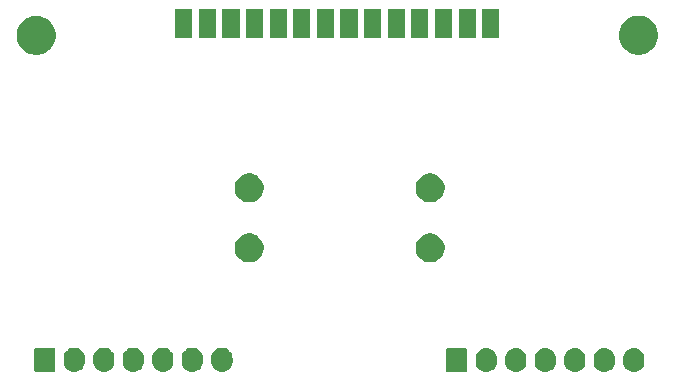
<source format=gbr>
G04 #@! TF.GenerationSoftware,KiCad,Pcbnew,(5.1.5)-3*
G04 #@! TF.CreationDate,2020-02-13T20:49:59+01:00*
G04 #@! TF.ProjectId,bms,626d732e-6b69-4636-9164-5f7063625858,01*
G04 #@! TF.SameCoordinates,Original*
G04 #@! TF.FileFunction,Soldermask,Bot*
G04 #@! TF.FilePolarity,Negative*
%FSLAX46Y46*%
G04 Gerber Fmt 4.6, Leading zero omitted, Abs format (unit mm)*
G04 Created by KiCad (PCBNEW (5.1.5)-3) date 2020-02-13 20:49:59*
%MOMM*%
%LPD*%
G04 APERTURE LIST*
%ADD10C,0.100000*%
G04 APERTURE END LIST*
D10*
G36*
X145276626Y-109687037D02*
G01*
X145446465Y-109738557D01*
X145446467Y-109738558D01*
X145602989Y-109822221D01*
X145740186Y-109934814D01*
X145823448Y-110036271D01*
X145852778Y-110072009D01*
X145936443Y-110228534D01*
X145987963Y-110398373D01*
X146001000Y-110530742D01*
X146001000Y-110869257D01*
X145987963Y-111001626D01*
X145936443Y-111171466D01*
X145852778Y-111327991D01*
X145823448Y-111363729D01*
X145740186Y-111465186D01*
X145652178Y-111537411D01*
X145602991Y-111577778D01*
X145446466Y-111661443D01*
X145276627Y-111712963D01*
X145100000Y-111730359D01*
X144923374Y-111712963D01*
X144753535Y-111661443D01*
X144597010Y-111577778D01*
X144459815Y-111465185D01*
X144347222Y-111327991D01*
X144263557Y-111171466D01*
X144212037Y-111001627D01*
X144199000Y-110869258D01*
X144199000Y-110530743D01*
X144201463Y-110505740D01*
X144212037Y-110398376D01*
X144212037Y-110398374D01*
X144263557Y-110228535D01*
X144347222Y-110072010D01*
X144367738Y-110047011D01*
X144459814Y-109934814D01*
X144561271Y-109851552D01*
X144597009Y-109822222D01*
X144753534Y-109738557D01*
X144923373Y-109687037D01*
X145100000Y-109669641D01*
X145276626Y-109687037D01*
G37*
G36*
X132776626Y-109687037D02*
G01*
X132946465Y-109738557D01*
X132946467Y-109738558D01*
X133102989Y-109822221D01*
X133240186Y-109934814D01*
X133323448Y-110036271D01*
X133352778Y-110072009D01*
X133436443Y-110228534D01*
X133487963Y-110398373D01*
X133501000Y-110530742D01*
X133501000Y-110869257D01*
X133487963Y-111001626D01*
X133436443Y-111171466D01*
X133352778Y-111327991D01*
X133323448Y-111363729D01*
X133240186Y-111465186D01*
X133152178Y-111537411D01*
X133102991Y-111577778D01*
X132946466Y-111661443D01*
X132776627Y-111712963D01*
X132600000Y-111730359D01*
X132423374Y-111712963D01*
X132253535Y-111661443D01*
X132097010Y-111577778D01*
X131959815Y-111465185D01*
X131847222Y-111327991D01*
X131763557Y-111171466D01*
X131712037Y-111001627D01*
X131699000Y-110869258D01*
X131699000Y-110530743D01*
X131701463Y-110505740D01*
X131712037Y-110398376D01*
X131712037Y-110398374D01*
X131763557Y-110228535D01*
X131847222Y-110072010D01*
X131867738Y-110047011D01*
X131959814Y-109934814D01*
X132061271Y-109851552D01*
X132097009Y-109822222D01*
X132253534Y-109738557D01*
X132423373Y-109687037D01*
X132600000Y-109669641D01*
X132776626Y-109687037D01*
G37*
G36*
X135276626Y-109687037D02*
G01*
X135446465Y-109738557D01*
X135446467Y-109738558D01*
X135602989Y-109822221D01*
X135740186Y-109934814D01*
X135823448Y-110036271D01*
X135852778Y-110072009D01*
X135936443Y-110228534D01*
X135987963Y-110398373D01*
X136001000Y-110530742D01*
X136001000Y-110869257D01*
X135987963Y-111001626D01*
X135936443Y-111171466D01*
X135852778Y-111327991D01*
X135823448Y-111363729D01*
X135740186Y-111465186D01*
X135652178Y-111537411D01*
X135602991Y-111577778D01*
X135446466Y-111661443D01*
X135276627Y-111712963D01*
X135100000Y-111730359D01*
X134923374Y-111712963D01*
X134753535Y-111661443D01*
X134597010Y-111577778D01*
X134459815Y-111465185D01*
X134347222Y-111327991D01*
X134263557Y-111171466D01*
X134212037Y-111001627D01*
X134199000Y-110869258D01*
X134199000Y-110530743D01*
X134201463Y-110505740D01*
X134212037Y-110398376D01*
X134212037Y-110398374D01*
X134263557Y-110228535D01*
X134347222Y-110072010D01*
X134367738Y-110047011D01*
X134459814Y-109934814D01*
X134561271Y-109851552D01*
X134597009Y-109822222D01*
X134753534Y-109738557D01*
X134923373Y-109687037D01*
X135100000Y-109669641D01*
X135276626Y-109687037D01*
G37*
G36*
X137776626Y-109687037D02*
G01*
X137946465Y-109738557D01*
X137946467Y-109738558D01*
X138102989Y-109822221D01*
X138240186Y-109934814D01*
X138323448Y-110036271D01*
X138352778Y-110072009D01*
X138436443Y-110228534D01*
X138487963Y-110398373D01*
X138501000Y-110530742D01*
X138501000Y-110869257D01*
X138487963Y-111001626D01*
X138436443Y-111171466D01*
X138352778Y-111327991D01*
X138323448Y-111363729D01*
X138240186Y-111465186D01*
X138152178Y-111537411D01*
X138102991Y-111577778D01*
X137946466Y-111661443D01*
X137776627Y-111712963D01*
X137600000Y-111730359D01*
X137423374Y-111712963D01*
X137253535Y-111661443D01*
X137097010Y-111577778D01*
X136959815Y-111465185D01*
X136847222Y-111327991D01*
X136763557Y-111171466D01*
X136712037Y-111001627D01*
X136699000Y-110869258D01*
X136699000Y-110530743D01*
X136701463Y-110505740D01*
X136712037Y-110398376D01*
X136712037Y-110398374D01*
X136763557Y-110228535D01*
X136847222Y-110072010D01*
X136867738Y-110047011D01*
X136959814Y-109934814D01*
X137061271Y-109851552D01*
X137097009Y-109822222D01*
X137253534Y-109738557D01*
X137423373Y-109687037D01*
X137600000Y-109669641D01*
X137776626Y-109687037D01*
G37*
G36*
X140276626Y-109687037D02*
G01*
X140446465Y-109738557D01*
X140446467Y-109738558D01*
X140602989Y-109822221D01*
X140740186Y-109934814D01*
X140823448Y-110036271D01*
X140852778Y-110072009D01*
X140936443Y-110228534D01*
X140987963Y-110398373D01*
X141001000Y-110530742D01*
X141001000Y-110869257D01*
X140987963Y-111001626D01*
X140936443Y-111171466D01*
X140852778Y-111327991D01*
X140823448Y-111363729D01*
X140740186Y-111465186D01*
X140652178Y-111537411D01*
X140602991Y-111577778D01*
X140446466Y-111661443D01*
X140276627Y-111712963D01*
X140100000Y-111730359D01*
X139923374Y-111712963D01*
X139753535Y-111661443D01*
X139597010Y-111577778D01*
X139459815Y-111465185D01*
X139347222Y-111327991D01*
X139263557Y-111171466D01*
X139212037Y-111001627D01*
X139199000Y-110869258D01*
X139199000Y-110530743D01*
X139201463Y-110505740D01*
X139212037Y-110398376D01*
X139212037Y-110398374D01*
X139263557Y-110228535D01*
X139347222Y-110072010D01*
X139367738Y-110047011D01*
X139459814Y-109934814D01*
X139561271Y-109851552D01*
X139597009Y-109822222D01*
X139753534Y-109738557D01*
X139923373Y-109687037D01*
X140100000Y-109669641D01*
X140276626Y-109687037D01*
G37*
G36*
X142776626Y-109687037D02*
G01*
X142946465Y-109738557D01*
X142946467Y-109738558D01*
X143102989Y-109822221D01*
X143240186Y-109934814D01*
X143323448Y-110036271D01*
X143352778Y-110072009D01*
X143436443Y-110228534D01*
X143487963Y-110398373D01*
X143501000Y-110530742D01*
X143501000Y-110869257D01*
X143487963Y-111001626D01*
X143436443Y-111171466D01*
X143352778Y-111327991D01*
X143323448Y-111363729D01*
X143240186Y-111465186D01*
X143152178Y-111537411D01*
X143102991Y-111577778D01*
X142946466Y-111661443D01*
X142776627Y-111712963D01*
X142600000Y-111730359D01*
X142423374Y-111712963D01*
X142253535Y-111661443D01*
X142097010Y-111577778D01*
X141959815Y-111465185D01*
X141847222Y-111327991D01*
X141763557Y-111171466D01*
X141712037Y-111001627D01*
X141699000Y-110869258D01*
X141699000Y-110530743D01*
X141701463Y-110505740D01*
X141712037Y-110398376D01*
X141712037Y-110398374D01*
X141763557Y-110228535D01*
X141847222Y-110072010D01*
X141867738Y-110047011D01*
X141959814Y-109934814D01*
X142061271Y-109851552D01*
X142097009Y-109822222D01*
X142253534Y-109738557D01*
X142423373Y-109687037D01*
X142600000Y-109669641D01*
X142776626Y-109687037D01*
G37*
G36*
X130858600Y-109677989D02*
G01*
X130891652Y-109688015D01*
X130922103Y-109704292D01*
X130948799Y-109726201D01*
X130970708Y-109752897D01*
X130986985Y-109783348D01*
X130997011Y-109816400D01*
X131001000Y-109856903D01*
X131001000Y-111543097D01*
X130997011Y-111583600D01*
X130986985Y-111616652D01*
X130970708Y-111647103D01*
X130948799Y-111673799D01*
X130922103Y-111695708D01*
X130891652Y-111711985D01*
X130858600Y-111722011D01*
X130818097Y-111726000D01*
X129381903Y-111726000D01*
X129341400Y-111722011D01*
X129308348Y-111711985D01*
X129277897Y-111695708D01*
X129251201Y-111673799D01*
X129229292Y-111647103D01*
X129213015Y-111616652D01*
X129202989Y-111583600D01*
X129199000Y-111543097D01*
X129199000Y-109856903D01*
X129202989Y-109816400D01*
X129213015Y-109783348D01*
X129229292Y-109752897D01*
X129251201Y-109726201D01*
X129277897Y-109704292D01*
X129308348Y-109688015D01*
X129341400Y-109677989D01*
X129381903Y-109674000D01*
X130818097Y-109674000D01*
X130858600Y-109677989D01*
G37*
G36*
X105401626Y-109662037D02*
G01*
X105571465Y-109713557D01*
X105571467Y-109713558D01*
X105727989Y-109797221D01*
X105865186Y-109909814D01*
X105948448Y-110011271D01*
X105977778Y-110047009D01*
X106061443Y-110203534D01*
X106112963Y-110373373D01*
X106119482Y-110439558D01*
X106126000Y-110505740D01*
X106126000Y-110844259D01*
X106119481Y-110910442D01*
X106112963Y-110976626D01*
X106061443Y-111146466D01*
X105977778Y-111302991D01*
X105957261Y-111327991D01*
X105865186Y-111440186D01*
X105776827Y-111512699D01*
X105727991Y-111552778D01*
X105571466Y-111636443D01*
X105401627Y-111687963D01*
X105225000Y-111705359D01*
X105048374Y-111687963D01*
X104878535Y-111636443D01*
X104722010Y-111552778D01*
X104584815Y-111440185D01*
X104472222Y-111302991D01*
X104388557Y-111146466D01*
X104337037Y-110976627D01*
X104324000Y-110844258D01*
X104324000Y-110505743D01*
X104337037Y-110373374D01*
X104388557Y-110203535D01*
X104388559Y-110203532D01*
X104472221Y-110047011D01*
X104584814Y-109909814D01*
X104698641Y-109816400D01*
X104722009Y-109797222D01*
X104878534Y-109713557D01*
X105048373Y-109662037D01*
X105225000Y-109644641D01*
X105401626Y-109662037D01*
G37*
G36*
X110401626Y-109662037D02*
G01*
X110571465Y-109713557D01*
X110571467Y-109713558D01*
X110727989Y-109797221D01*
X110865186Y-109909814D01*
X110948448Y-110011271D01*
X110977778Y-110047009D01*
X111061443Y-110203534D01*
X111112963Y-110373373D01*
X111119482Y-110439558D01*
X111126000Y-110505740D01*
X111126000Y-110844259D01*
X111119481Y-110910442D01*
X111112963Y-110976626D01*
X111061443Y-111146466D01*
X110977778Y-111302991D01*
X110957261Y-111327991D01*
X110865186Y-111440186D01*
X110776827Y-111512699D01*
X110727991Y-111552778D01*
X110571466Y-111636443D01*
X110401627Y-111687963D01*
X110225000Y-111705359D01*
X110048374Y-111687963D01*
X109878535Y-111636443D01*
X109722010Y-111552778D01*
X109584815Y-111440185D01*
X109472222Y-111302991D01*
X109388557Y-111146466D01*
X109337037Y-110976627D01*
X109324000Y-110844258D01*
X109324000Y-110505743D01*
X109337037Y-110373374D01*
X109388557Y-110203535D01*
X109388559Y-110203532D01*
X109472221Y-110047011D01*
X109584814Y-109909814D01*
X109698641Y-109816400D01*
X109722009Y-109797222D01*
X109878534Y-109713557D01*
X110048373Y-109662037D01*
X110225000Y-109644641D01*
X110401626Y-109662037D01*
G37*
G36*
X107901626Y-109662037D02*
G01*
X108071465Y-109713557D01*
X108071467Y-109713558D01*
X108227989Y-109797221D01*
X108365186Y-109909814D01*
X108448448Y-110011271D01*
X108477778Y-110047009D01*
X108561443Y-110203534D01*
X108612963Y-110373373D01*
X108619482Y-110439558D01*
X108626000Y-110505740D01*
X108626000Y-110844259D01*
X108619481Y-110910442D01*
X108612963Y-110976626D01*
X108561443Y-111146466D01*
X108477778Y-111302991D01*
X108457261Y-111327991D01*
X108365186Y-111440186D01*
X108276827Y-111512699D01*
X108227991Y-111552778D01*
X108071466Y-111636443D01*
X107901627Y-111687963D01*
X107725000Y-111705359D01*
X107548374Y-111687963D01*
X107378535Y-111636443D01*
X107222010Y-111552778D01*
X107084815Y-111440185D01*
X106972222Y-111302991D01*
X106888557Y-111146466D01*
X106837037Y-110976627D01*
X106824000Y-110844258D01*
X106824000Y-110505743D01*
X106837037Y-110373374D01*
X106888557Y-110203535D01*
X106888559Y-110203532D01*
X106972221Y-110047011D01*
X107084814Y-109909814D01*
X107198641Y-109816400D01*
X107222009Y-109797222D01*
X107378534Y-109713557D01*
X107548373Y-109662037D01*
X107725000Y-109644641D01*
X107901626Y-109662037D01*
G37*
G36*
X97901626Y-109662037D02*
G01*
X98071465Y-109713557D01*
X98071467Y-109713558D01*
X98227989Y-109797221D01*
X98365186Y-109909814D01*
X98448448Y-110011271D01*
X98477778Y-110047009D01*
X98561443Y-110203534D01*
X98612963Y-110373373D01*
X98619482Y-110439558D01*
X98626000Y-110505740D01*
X98626000Y-110844259D01*
X98619481Y-110910442D01*
X98612963Y-110976626D01*
X98561443Y-111146466D01*
X98477778Y-111302991D01*
X98457261Y-111327991D01*
X98365186Y-111440186D01*
X98276827Y-111512699D01*
X98227991Y-111552778D01*
X98071466Y-111636443D01*
X97901627Y-111687963D01*
X97725000Y-111705359D01*
X97548374Y-111687963D01*
X97378535Y-111636443D01*
X97222010Y-111552778D01*
X97084815Y-111440185D01*
X96972222Y-111302991D01*
X96888557Y-111146466D01*
X96837037Y-110976627D01*
X96824000Y-110844258D01*
X96824000Y-110505743D01*
X96837037Y-110373374D01*
X96888557Y-110203535D01*
X96888559Y-110203532D01*
X96972221Y-110047011D01*
X97084814Y-109909814D01*
X97198641Y-109816400D01*
X97222009Y-109797222D01*
X97378534Y-109713557D01*
X97548373Y-109662037D01*
X97725000Y-109644641D01*
X97901626Y-109662037D01*
G37*
G36*
X102901626Y-109662037D02*
G01*
X103071465Y-109713557D01*
X103071467Y-109713558D01*
X103227989Y-109797221D01*
X103365186Y-109909814D01*
X103448448Y-110011271D01*
X103477778Y-110047009D01*
X103561443Y-110203534D01*
X103612963Y-110373373D01*
X103619482Y-110439558D01*
X103626000Y-110505740D01*
X103626000Y-110844259D01*
X103619481Y-110910442D01*
X103612963Y-110976626D01*
X103561443Y-111146466D01*
X103477778Y-111302991D01*
X103457261Y-111327991D01*
X103365186Y-111440186D01*
X103276827Y-111512699D01*
X103227991Y-111552778D01*
X103071466Y-111636443D01*
X102901627Y-111687963D01*
X102725000Y-111705359D01*
X102548374Y-111687963D01*
X102378535Y-111636443D01*
X102222010Y-111552778D01*
X102084815Y-111440185D01*
X101972222Y-111302991D01*
X101888557Y-111146466D01*
X101837037Y-110976627D01*
X101824000Y-110844258D01*
X101824000Y-110505743D01*
X101837037Y-110373374D01*
X101888557Y-110203535D01*
X101888559Y-110203532D01*
X101972221Y-110047011D01*
X102084814Y-109909814D01*
X102198641Y-109816400D01*
X102222009Y-109797222D01*
X102378534Y-109713557D01*
X102548373Y-109662037D01*
X102725000Y-109644641D01*
X102901626Y-109662037D01*
G37*
G36*
X100401626Y-109662037D02*
G01*
X100571465Y-109713557D01*
X100571467Y-109713558D01*
X100727989Y-109797221D01*
X100865186Y-109909814D01*
X100948448Y-110011271D01*
X100977778Y-110047009D01*
X101061443Y-110203534D01*
X101112963Y-110373373D01*
X101119482Y-110439558D01*
X101126000Y-110505740D01*
X101126000Y-110844259D01*
X101119481Y-110910442D01*
X101112963Y-110976626D01*
X101061443Y-111146466D01*
X100977778Y-111302991D01*
X100957261Y-111327991D01*
X100865186Y-111440186D01*
X100776827Y-111512699D01*
X100727991Y-111552778D01*
X100571466Y-111636443D01*
X100401627Y-111687963D01*
X100225000Y-111705359D01*
X100048374Y-111687963D01*
X99878535Y-111636443D01*
X99722010Y-111552778D01*
X99584815Y-111440185D01*
X99472222Y-111302991D01*
X99388557Y-111146466D01*
X99337037Y-110976627D01*
X99324000Y-110844258D01*
X99324000Y-110505743D01*
X99337037Y-110373374D01*
X99388557Y-110203535D01*
X99388559Y-110203532D01*
X99472221Y-110047011D01*
X99584814Y-109909814D01*
X99698641Y-109816400D01*
X99722009Y-109797222D01*
X99878534Y-109713557D01*
X100048373Y-109662037D01*
X100225000Y-109644641D01*
X100401626Y-109662037D01*
G37*
G36*
X95983600Y-109652989D02*
G01*
X96016652Y-109663015D01*
X96047103Y-109679292D01*
X96073799Y-109701201D01*
X96095708Y-109727897D01*
X96111985Y-109758348D01*
X96122011Y-109791400D01*
X96126000Y-109831903D01*
X96126000Y-111518097D01*
X96122011Y-111558600D01*
X96111985Y-111591652D01*
X96095708Y-111622103D01*
X96073799Y-111648799D01*
X96047103Y-111670708D01*
X96016652Y-111686985D01*
X95983600Y-111697011D01*
X95943097Y-111701000D01*
X94506903Y-111701000D01*
X94466400Y-111697011D01*
X94433348Y-111686985D01*
X94402897Y-111670708D01*
X94376201Y-111648799D01*
X94354292Y-111622103D01*
X94338015Y-111591652D01*
X94327989Y-111558600D01*
X94324000Y-111518097D01*
X94324000Y-109831903D01*
X94327989Y-109791400D01*
X94338015Y-109758348D01*
X94354292Y-109727897D01*
X94376201Y-109701201D01*
X94402897Y-109679292D01*
X94433348Y-109663015D01*
X94466400Y-109652989D01*
X94506903Y-109649000D01*
X95943097Y-109649000D01*
X95983600Y-109652989D01*
G37*
G36*
X128205110Y-100021114D02*
G01*
X128428227Y-100113532D01*
X128428229Y-100113533D01*
X128478769Y-100147303D01*
X128629029Y-100247703D01*
X128799797Y-100418471D01*
X128933968Y-100619273D01*
X129026386Y-100842390D01*
X129073500Y-101079248D01*
X129073500Y-101320752D01*
X129026386Y-101557610D01*
X128933968Y-101780727D01*
X128799797Y-101981529D01*
X128629029Y-102152297D01*
X128478769Y-102252697D01*
X128428229Y-102286467D01*
X128428228Y-102286468D01*
X128428227Y-102286468D01*
X128205110Y-102378886D01*
X127968252Y-102426000D01*
X127726748Y-102426000D01*
X127489890Y-102378886D01*
X127266773Y-102286468D01*
X127266772Y-102286468D01*
X127266771Y-102286467D01*
X127216231Y-102252697D01*
X127065971Y-102152297D01*
X126895203Y-101981529D01*
X126761032Y-101780727D01*
X126668614Y-101557610D01*
X126621500Y-101320752D01*
X126621500Y-101079248D01*
X126668614Y-100842390D01*
X126761032Y-100619273D01*
X126895203Y-100418471D01*
X127065971Y-100247703D01*
X127216231Y-100147303D01*
X127266771Y-100113533D01*
X127266773Y-100113532D01*
X127489890Y-100021114D01*
X127726748Y-99974000D01*
X127968252Y-99974000D01*
X128205110Y-100021114D01*
G37*
G36*
X112885110Y-100021114D02*
G01*
X113108227Y-100113532D01*
X113108229Y-100113533D01*
X113158769Y-100147303D01*
X113309029Y-100247703D01*
X113479797Y-100418471D01*
X113613968Y-100619273D01*
X113706386Y-100842390D01*
X113753500Y-101079248D01*
X113753500Y-101320752D01*
X113706386Y-101557610D01*
X113613968Y-101780727D01*
X113479797Y-101981529D01*
X113309029Y-102152297D01*
X113158769Y-102252697D01*
X113108229Y-102286467D01*
X113108228Y-102286468D01*
X113108227Y-102286468D01*
X112885110Y-102378886D01*
X112648252Y-102426000D01*
X112406748Y-102426000D01*
X112169890Y-102378886D01*
X111946773Y-102286468D01*
X111946772Y-102286468D01*
X111946771Y-102286467D01*
X111896231Y-102252697D01*
X111745971Y-102152297D01*
X111575203Y-101981529D01*
X111441032Y-101780727D01*
X111348614Y-101557610D01*
X111301500Y-101320752D01*
X111301500Y-101079248D01*
X111348614Y-100842390D01*
X111441032Y-100619273D01*
X111575203Y-100418471D01*
X111745971Y-100247703D01*
X111896231Y-100147303D01*
X111946771Y-100113533D01*
X111946773Y-100113532D01*
X112169890Y-100021114D01*
X112406748Y-99974000D01*
X112648252Y-99974000D01*
X112885110Y-100021114D01*
G37*
G36*
X112885110Y-94941114D02*
G01*
X113108227Y-95033532D01*
X113108229Y-95033533D01*
X113158769Y-95067303D01*
X113309029Y-95167703D01*
X113479797Y-95338471D01*
X113613968Y-95539273D01*
X113706386Y-95762390D01*
X113753500Y-95999248D01*
X113753500Y-96240752D01*
X113706386Y-96477610D01*
X113613968Y-96700727D01*
X113479797Y-96901529D01*
X113309029Y-97072297D01*
X113158769Y-97172697D01*
X113108229Y-97206467D01*
X113108228Y-97206468D01*
X113108227Y-97206468D01*
X112885110Y-97298886D01*
X112648252Y-97346000D01*
X112406748Y-97346000D01*
X112169890Y-97298886D01*
X111946773Y-97206468D01*
X111946772Y-97206468D01*
X111946771Y-97206467D01*
X111896231Y-97172697D01*
X111745971Y-97072297D01*
X111575203Y-96901529D01*
X111441032Y-96700727D01*
X111348614Y-96477610D01*
X111301500Y-96240752D01*
X111301500Y-95999248D01*
X111348614Y-95762390D01*
X111441032Y-95539273D01*
X111575203Y-95338471D01*
X111745971Y-95167703D01*
X111896231Y-95067303D01*
X111946771Y-95033533D01*
X111946773Y-95033532D01*
X112169890Y-94941114D01*
X112406748Y-94894000D01*
X112648252Y-94894000D01*
X112885110Y-94941114D01*
G37*
G36*
X128205110Y-94941114D02*
G01*
X128428227Y-95033532D01*
X128428229Y-95033533D01*
X128478769Y-95067303D01*
X128629029Y-95167703D01*
X128799797Y-95338471D01*
X128933968Y-95539273D01*
X129026386Y-95762390D01*
X129073500Y-95999248D01*
X129073500Y-96240752D01*
X129026386Y-96477610D01*
X128933968Y-96700727D01*
X128799797Y-96901529D01*
X128629029Y-97072297D01*
X128478769Y-97172697D01*
X128428229Y-97206467D01*
X128428228Y-97206468D01*
X128428227Y-97206468D01*
X128205110Y-97298886D01*
X127968252Y-97346000D01*
X127726748Y-97346000D01*
X127489890Y-97298886D01*
X127266773Y-97206468D01*
X127266772Y-97206468D01*
X127266771Y-97206467D01*
X127216231Y-97172697D01*
X127065971Y-97072297D01*
X126895203Y-96901529D01*
X126761032Y-96700727D01*
X126668614Y-96477610D01*
X126621500Y-96240752D01*
X126621500Y-95999248D01*
X126668614Y-95762390D01*
X126761032Y-95539273D01*
X126895203Y-95338471D01*
X127065971Y-95167703D01*
X127216231Y-95067303D01*
X127266771Y-95033533D01*
X127266773Y-95033532D01*
X127489890Y-94941114D01*
X127726748Y-94894000D01*
X127968252Y-94894000D01*
X128205110Y-94941114D01*
G37*
G36*
X94875256Y-81591298D02*
G01*
X94981579Y-81612447D01*
X95194037Y-81700450D01*
X95257898Y-81726902D01*
X95282042Y-81736903D01*
X95552451Y-81917585D01*
X95782415Y-82147549D01*
X95963097Y-82417958D01*
X96083411Y-82708421D01*
X96087553Y-82718422D01*
X96149011Y-83027389D01*
X96151000Y-83037391D01*
X96151000Y-83362609D01*
X96087553Y-83681579D01*
X95963097Y-83982042D01*
X95782415Y-84252451D01*
X95552451Y-84482415D01*
X95282042Y-84663097D01*
X94981579Y-84787553D01*
X94875256Y-84808702D01*
X94662611Y-84851000D01*
X94337389Y-84851000D01*
X94124744Y-84808702D01*
X94018421Y-84787553D01*
X93717958Y-84663097D01*
X93447549Y-84482415D01*
X93217585Y-84252451D01*
X93036903Y-83982042D01*
X92912447Y-83681579D01*
X92849000Y-83362609D01*
X92849000Y-83037391D01*
X92850990Y-83027389D01*
X92912447Y-82718422D01*
X92916590Y-82708421D01*
X93036903Y-82417958D01*
X93217585Y-82147549D01*
X93447549Y-81917585D01*
X93717958Y-81736903D01*
X93742103Y-81726902D01*
X93805963Y-81700450D01*
X94018421Y-81612447D01*
X94124744Y-81591298D01*
X94337389Y-81549000D01*
X94662611Y-81549000D01*
X94875256Y-81591298D01*
G37*
G36*
X145875256Y-81581298D02*
G01*
X145981579Y-81602447D01*
X146282042Y-81726903D01*
X146552451Y-81907585D01*
X146782415Y-82137549D01*
X146789098Y-82147551D01*
X146963098Y-82407960D01*
X147087553Y-82708422D01*
X147151000Y-83027389D01*
X147151000Y-83352611D01*
X147136402Y-83426000D01*
X147087553Y-83671579D01*
X146963097Y-83972042D01*
X146782415Y-84242451D01*
X146552451Y-84472415D01*
X146282042Y-84653097D01*
X146282041Y-84653098D01*
X146282040Y-84653098D01*
X146194037Y-84689550D01*
X145981579Y-84777553D01*
X145875256Y-84798702D01*
X145662611Y-84841000D01*
X145337389Y-84841000D01*
X145124744Y-84798702D01*
X145018421Y-84777553D01*
X144805963Y-84689550D01*
X144717960Y-84653098D01*
X144717959Y-84653098D01*
X144717958Y-84653097D01*
X144447549Y-84472415D01*
X144217585Y-84242451D01*
X144036903Y-83972042D01*
X143912447Y-83671579D01*
X143863598Y-83426000D01*
X143849000Y-83352611D01*
X143849000Y-83027389D01*
X143912447Y-82708422D01*
X144036902Y-82407960D01*
X144210902Y-82147551D01*
X144217585Y-82137549D01*
X144447549Y-81907585D01*
X144717958Y-81726903D01*
X145018421Y-81602447D01*
X145124744Y-81581298D01*
X145337389Y-81539000D01*
X145662611Y-81539000D01*
X145875256Y-81581298D01*
G37*
G36*
X119716000Y-83426000D02*
G01*
X118264000Y-83426000D01*
X118264000Y-80974000D01*
X119716000Y-80974000D01*
X119716000Y-83426000D01*
G37*
G36*
X107716000Y-83426000D02*
G01*
X106264000Y-83426000D01*
X106264000Y-80974000D01*
X107716000Y-80974000D01*
X107716000Y-83426000D01*
G37*
G36*
X109716000Y-83426000D02*
G01*
X108264000Y-83426000D01*
X108264000Y-80974000D01*
X109716000Y-80974000D01*
X109716000Y-83426000D01*
G37*
G36*
X113716000Y-83426000D02*
G01*
X112264000Y-83426000D01*
X112264000Y-80974000D01*
X113716000Y-80974000D01*
X113716000Y-83426000D01*
G37*
G36*
X115716000Y-83426000D02*
G01*
X114264000Y-83426000D01*
X114264000Y-80974000D01*
X115716000Y-80974000D01*
X115716000Y-83426000D01*
G37*
G36*
X117716000Y-83426000D02*
G01*
X116264000Y-83426000D01*
X116264000Y-80974000D01*
X117716000Y-80974000D01*
X117716000Y-83426000D01*
G37*
G36*
X111716000Y-83426000D02*
G01*
X110264000Y-83426000D01*
X110264000Y-80974000D01*
X111716000Y-80974000D01*
X111716000Y-83426000D01*
G37*
G36*
X133716000Y-83426000D02*
G01*
X132264000Y-83426000D01*
X132264000Y-80974000D01*
X133716000Y-80974000D01*
X133716000Y-83426000D01*
G37*
G36*
X121716000Y-83426000D02*
G01*
X120264000Y-83426000D01*
X120264000Y-80974000D01*
X121716000Y-80974000D01*
X121716000Y-83426000D01*
G37*
G36*
X123716000Y-83426000D02*
G01*
X122264000Y-83426000D01*
X122264000Y-80974000D01*
X123716000Y-80974000D01*
X123716000Y-83426000D01*
G37*
G36*
X125716000Y-83426000D02*
G01*
X124264000Y-83426000D01*
X124264000Y-80974000D01*
X125716000Y-80974000D01*
X125716000Y-83426000D01*
G37*
G36*
X127716000Y-83426000D02*
G01*
X126264000Y-83426000D01*
X126264000Y-80974000D01*
X127716000Y-80974000D01*
X127716000Y-83426000D01*
G37*
G36*
X129716000Y-83426000D02*
G01*
X128264000Y-83426000D01*
X128264000Y-80974000D01*
X129716000Y-80974000D01*
X129716000Y-83426000D01*
G37*
G36*
X131716000Y-83426000D02*
G01*
X130264000Y-83426000D01*
X130264000Y-80974000D01*
X131716000Y-80974000D01*
X131716000Y-83426000D01*
G37*
M02*

</source>
